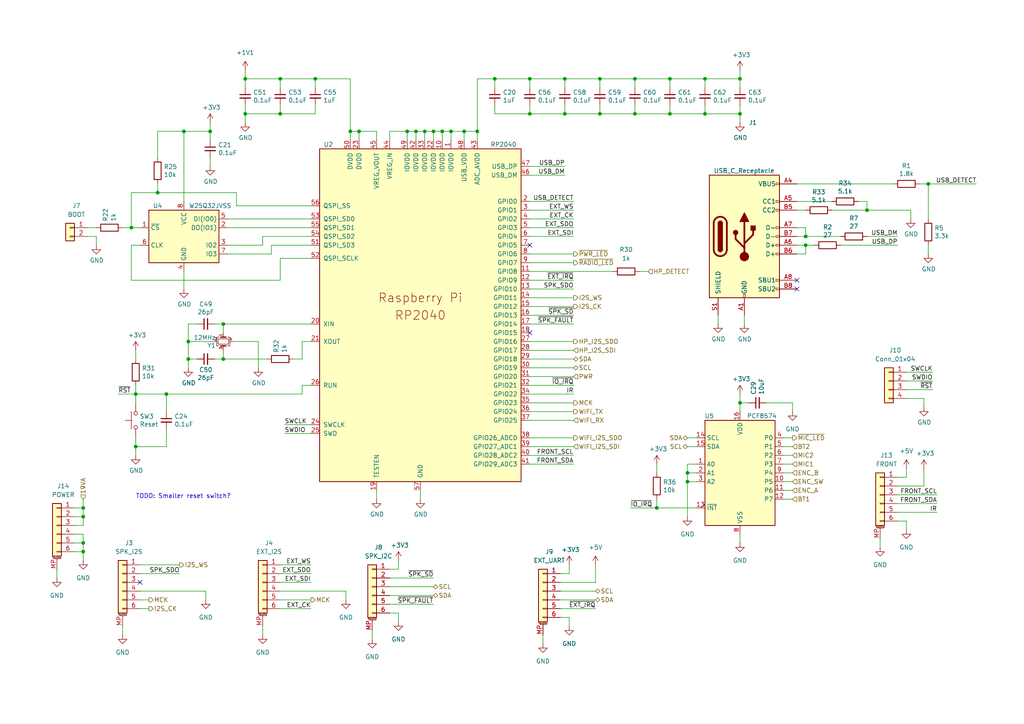
<source format=kicad_sch>
(kicad_sch (version 20210621) (generator eeschema)
  (paper "A4")
  (lib_symbols
    (symbol "Connector:USB_C_Receptacle_USB2.0" (pin_names (offset 1.016))
      (property "Reference" "J" (at -10.16 19.05 0))
      (property "Value" "USB_C_Receptacle_USB2.0" (at 19.05 19.05 0))
      (symbol "USB_C_Receptacle_USB2.0_1_1"
        (pin passive line (at 0 -22.86 90) (length 5.08) (name "GND") (number "A1"))
        (pin passive line (at 0 -22.86 90) (length 5.08) hide (name "GND") (number "A12"))
        (pin passive line (at 15.24 15.24 180) (length 5.08) (name "VBUS") (number "A4"))
        (pin bidirectional line (at 15.24 10.16 180) (length 5.08) (name "CC1") (number "A5"))
        (pin bidirectional line (at 15.24 -2.54 180) (length 5.08) (name "D+") (number "A6"))
        (pin bidirectional line (at 15.24 2.54 180) (length 5.08) (name "D-") (number "A7"))
        (pin bidirectional line (at 15.24 -12.7 180) (length 5.08) (name "SBU1") (number "A8"))
        (pin passive line (at 15.24 15.24 180) (length 5.08) hide (name "VBUS") (number "A9"))
        (pin passive line (at 0 -22.86 90) (length 5.08) hide (name "GND") (number "B1"))
        (pin passive line (at 0 -22.86 90) (length 5.08) hide (name "GND") (number "B12"))
        (pin passive line (at 15.24 15.24 180) (length 5.08) hide (name "VBUS") (number "B4"))
        (pin bidirectional line (at 15.24 7.62 180) (length 5.08) (name "CC2") (number "B5"))
        (pin bidirectional line (at 15.24 -5.08 180) (length 5.08) (name "D+") (number "B6"))
        (pin bidirectional line (at 15.24 0 180) (length 5.08) (name "D-") (number "B7"))
        (pin bidirectional line (at 15.24 -15.24 180) (length 5.08) (name "SBU2") (number "B8"))
        (pin passive line (at 15.24 15.24 180) (length 5.08) hide (name "VBUS") (number "B9"))
        (pin passive line (at -7.62 -22.86 90) (length 5.08) (name "SHIELD") (number "S1"))
      )
    )
    (symbol "Connector_Generic:Conn_01x02" (pin_names (offset 1.016) hide)
      (property "Reference" "J" (at 0 2.54 0))
      (property "Value" "Conn_01x02" (at 0 -5.08 0))
      (symbol "Conn_01x02_1_1"
        (pin passive line (at -5.08 0 0) (length 3.81) (name "Pin_1") (number "1"))
        (pin passive line (at -5.08 -2.54 0) (length 3.81) (name "Pin_2") (number "2"))
      )
    )
    (symbol "Connector_Generic:Conn_01x04" (pin_names (offset 1.016) hide)
      (property "Reference" "J" (at 0 5.08 0))
      (property "Value" "Conn_01x04" (at 0 -7.62 0))
      (symbol "Conn_01x04_1_1"
        (pin passive line (at -5.08 2.54 0) (length 3.81) (name "Pin_1") (number "1"))
        (pin passive line (at -5.08 0 0) (length 3.81) (name "Pin_2") (number "2"))
        (pin passive line (at -5.08 -2.54 0) (length 3.81) (name "Pin_3") (number "3"))
        (pin passive line (at -5.08 -5.08 0) (length 3.81) (name "Pin_4") (number "4"))
      )
    )
    (symbol "Connector_Generic_MountingPin:Conn_01x06_MountingPin" (pin_names (offset 1.016) hide)
      (property "Reference" "J" (at 0 7.62 0))
      (property "Value" "Conn_01x06_MountingPin" (at 1.27 -10.16 0))
      (symbol "Conn_01x06_MountingPin_1_1"
        (text "Mounting" (at 0 -9.271 0) (effects (font (size 0.381 0.381))))
        (pin passive line (at -5.08 5.08 0) (length 3.81) (name "Pin_1") (number "1"))
        (pin passive line (at -5.08 2.54 0) (length 3.81) (name "Pin_2") (number "2"))
        (pin passive line (at -5.08 0 0) (length 3.81) (name "Pin_3") (number "3"))
        (pin passive line (at -5.08 -2.54 0) (length 3.81) (name "Pin_4") (number "4"))
        (pin passive line (at -5.08 -5.08 0) (length 3.81) (name "Pin_5") (number "5"))
        (pin passive line (at -5.08 -7.62 0) (length 3.81) (name "Pin_6") (number "6"))
        (pin passive line (at 0 -12.7 90) (length 3.048) (name "MountPin") (number "MP"))
      )
    )
    (symbol "Device:C_Small" (pin_numbers hide) (pin_names (offset 0.254) hide)
      (property "Reference" "C" (at 0.254 1.778 0))
      (property "Value" "C_Small" (at 0.254 -2.032 0))
      (symbol "C_Small_1_1"
        (pin passive line (at 0 2.54 270) (length 2.032) (name "~") (number "1"))
        (pin passive line (at 0 -2.54 90) (length 2.032) (name "~") (number "2"))
      )
    )
    (symbol "Device:Crystal_GND24_Small" (pin_names (offset 1.016) hide)
      (property "Reference" "Y" (at 1.27 4.445 0))
      (property "Value" "Crystal_GND24_Small" (at 1.27 2.54 0))
      (symbol "Crystal_GND24_Small_1_1"
        (pin passive line (at -2.54 0 0) (length 1.27) (name "1") (number "1"))
        (pin passive line (at 0 -2.54 90) (length 0.635) (name "2") (number "2"))
        (pin passive line (at 2.54 0 180) (length 1.27) (name "3") (number "3"))
        (pin passive line (at 0 2.54 270) (length 0.635) (name "4") (number "4"))
      )
    )
    (symbol "Device:R" (pin_numbers hide) (pin_names (offset 0))
      (property "Reference" "R" (at 2.032 0 90))
      (property "Value" "R" (at 0 0 90))
      (symbol "R_1_1"
        (pin passive line (at 0 3.81 270) (length 1.27) (name "~") (number "1"))
        (pin passive line (at 0 -3.81 90) (length 1.27) (name "~") (number "2"))
      )
    )
    (symbol "Interface_Expansion:PCF8574"
      (property "Reference" "U" (at -8.89 16.51 0))
      (property "Value" "PCF8574" (at 2.54 16.51 0))
      (symbol "PCF8574_1_1"
        (pin input line (at -12.7 2.54 0) (length 2.54) (name "A0") (number "1"))
        (pin bidirectional line (at 12.7 -2.54 180) (length 2.54) (name "P5") (number "10"))
        (pin bidirectional line (at 12.7 -5.08 180) (length 2.54) (name "P6") (number "11"))
        (pin bidirectional line (at 12.7 -7.62 180) (length 2.54) (name "P7") (number "12"))
        (pin open_collector output_low (at -12.7 -10.16 0) (length 2.54) (name "~{INT}") (number "13"))
        (pin input line (at -12.7 10.16 0) (length 2.54) (name "SCL") (number "14"))
        (pin bidirectional line (at -12.7 7.62 0) (length 2.54) (name "SDA") (number "15"))
        (pin power_in line (at 0 17.78 270) (length 2.54) (name "VDD") (number "16"))
        (pin input line (at -12.7 0 0) (length 2.54) (name "A1") (number "2"))
        (pin input line (at -12.7 -2.54 0) (length 2.54) (name "A2") (number "3"))
        (pin bidirectional line (at 12.7 10.16 180) (length 2.54) (name "P0") (number "4"))
        (pin bidirectional line (at 12.7 7.62 180) (length 2.54) (name "P1") (number "5"))
        (pin bidirectional line (at 12.7 5.08 180) (length 2.54) (name "P2") (number "6"))
        (pin bidirectional line (at 12.7 2.54 180) (length 2.54) (name "P3") (number "7"))
        (pin power_in line (at 0 -17.78 90) (length 2.54) (name "VSS") (number "8"))
        (pin bidirectional line (at 12.7 0 180) (length 2.54) (name "P4") (number "9"))
      )
    )
    (symbol "MCU_RaspberryPi_and_Boards:RP2040" (pin_names (offset 1.016))
      (property "Reference" "U" (at -29.21 49.53 0))
      (property "Value" "RP2040" (at 24.13 -49.53 0))
      (symbol "RP2040_0_0"
        (text "Raspberry Pi" (at 0 5.08 0) (effects (font (size 2.54 2.54))))
        (text "RP2040" (at 0 0 0) (effects (font (size 2.54 2.54))))
      )
      (symbol "RP2040_1_1"
        (pin power_in line (at 8.89 50.8 270) (length 2.54) (name "IOVDD") (number "1"))
        (pin power_in line (at 6.35 50.8 270) (length 2.54) (name "IOVDD") (number "10"))
        (pin bidirectional line (at 31.75 12.7 180) (length 2.54) (name "GPIO8") (number "11"))
        (pin bidirectional line (at 31.75 10.16 180) (length 2.54) (name "GPIO9") (number "12"))
        (pin bidirectional line (at 31.75 7.62 180) (length 2.54) (name "GPIO10") (number "13"))
        (pin bidirectional line (at 31.75 5.08 180) (length 2.54) (name "GPIO11") (number "14"))
        (pin bidirectional line (at 31.75 2.54 180) (length 2.54) (name "GPIO12") (number "15"))
        (pin bidirectional line (at 31.75 0 180) (length 2.54) (name "GPIO13") (number "16"))
        (pin bidirectional line (at 31.75 -2.54 180) (length 2.54) (name "GPIO14") (number "17"))
        (pin bidirectional line (at 31.75 -5.08 180) (length 2.54) (name "GPIO15") (number "18"))
        (pin passive line (at -12.7 -50.8 90) (length 2.54) (name "TESTEN") (number "19"))
        (pin bidirectional line (at 31.75 33.02 180) (length 2.54) (name "GPIO0") (number "2"))
        (pin input line (at -31.75 -2.54 0) (length 2.54) (name "XIN") (number "20"))
        (pin passive line (at -31.75 -7.62 0) (length 2.54) (name "XOUT") (number "21"))
        (pin power_in line (at 3.81 50.8 270) (length 2.54) (name "IOVDD") (number "22"))
        (pin power_in line (at -17.78 50.8 270) (length 2.54) (name "DVDD") (number "23"))
        (pin output line (at -31.75 -31.75 0) (length 2.54) (name "SWCLK") (number "24"))
        (pin bidirectional line (at -31.75 -34.29 0) (length 2.54) (name "SWD") (number "25"))
        (pin input line (at -31.75 -20.32 0) (length 2.54) (name "RUN") (number "26"))
        (pin bidirectional line (at 31.75 -7.62 180) (length 2.54) (name "GPIO16") (number "27"))
        (pin bidirectional line (at 31.75 -10.16 180) (length 2.54) (name "GPIO17") (number "28"))
        (pin bidirectional line (at 31.75 -12.7 180) (length 2.54) (name "GPIO18") (number "29"))
        (pin bidirectional line (at 31.75 30.48 180) (length 2.54) (name "GPIO1") (number "3"))
        (pin bidirectional line (at 31.75 -15.24 180) (length 2.54) (name "GPIO19") (number "30"))
        (pin bidirectional line (at 31.75 -17.78 180) (length 2.54) (name "GPIO20") (number "31"))
        (pin bidirectional line (at 31.75 -20.32 180) (length 2.54) (name "GPIO21") (number "32"))
        (pin power_in line (at 1.27 50.8 270) (length 2.54) (name "IOVDD") (number "33"))
        (pin bidirectional line (at 31.75 -22.86 180) (length 2.54) (name "GPIO22") (number "34"))
        (pin bidirectional line (at 31.75 -25.4 180) (length 2.54) (name "GPIO23") (number "35"))
        (pin bidirectional line (at 31.75 -27.94 180) (length 2.54) (name "GPIO24") (number "36"))
        (pin bidirectional line (at 31.75 -30.48 180) (length 2.54) (name "GPIO25") (number "37"))
        (pin bidirectional line (at 31.75 -35.56 180) (length 2.54) (name "GPIO26_ADC0") (number "38"))
        (pin bidirectional line (at 31.75 -38.1 180) (length 2.54) (name "GPIO27_ADC1") (number "39"))
        (pin bidirectional line (at 31.75 27.94 180) (length 2.54) (name "GPIO2") (number "4"))
        (pin bidirectional line (at 31.75 -40.64 180) (length 2.54) (name "GPIO28_ADC2") (number "40"))
        (pin bidirectional line (at 31.75 -43.18 180) (length 2.54) (name "GPIO29_ADC3") (number "41"))
        (pin power_in line (at -1.27 50.8 270) (length 2.54) (name "IOVDD") (number "42"))
        (pin power_in line (at 16.51 50.8 270) (length 2.54) (name "ADC_AVDD") (number "43"))
        (pin power_in line (at -8.89 50.8 270) (length 2.54) (name "VREG_IN") (number "44"))
        (pin power_out line (at -12.7 50.8 270) (length 2.54) (name "VREG_VOUT") (number "45"))
        (pin bidirectional line (at 31.75 40.64 180) (length 2.54) (name "USB_DM") (number "46"))
        (pin bidirectional line (at 31.75 43.18 180) (length 2.54) (name "USB_DP") (number "47"))
        (pin power_in line (at 12.7 50.8 270) (length 2.54) (name "USB_VDD") (number "48"))
        (pin power_in line (at -3.81 50.8 270) (length 2.54) (name "IOVDD") (number "49"))
        (pin bidirectional line (at 31.75 25.4 180) (length 2.54) (name "GPIO3") (number "5"))
        (pin power_in line (at -20.32 50.8 270) (length 2.54) (name "DVDD") (number "50"))
        (pin bidirectional line (at -31.75 20.32 0) (length 2.54) (name "QSPI_SD3") (number "51"))
        (pin output line (at -31.75 16.51 0) (length 2.54) (name "QSPI_SCLK") (number "52"))
        (pin bidirectional line (at -31.75 27.94 0) (length 2.54) (name "QSPI_SD0") (number "53"))
        (pin bidirectional line (at -31.75 22.86 0) (length 2.54) (name "QSPI_SD2") (number "54"))
        (pin bidirectional line (at -31.75 25.4 0) (length 2.54) (name "QSPI_SD1") (number "55"))
        (pin bidirectional line (at -31.75 31.75 0) (length 2.54) (name "QSPI_SS") (number "56"))
        (pin power_in line (at 0 -50.8 90) (length 2.54) (name "GND") (number "57"))
        (pin bidirectional line (at 31.75 22.86 180) (length 2.54) (name "GPIO4") (number "6"))
        (pin bidirectional line (at 31.75 20.32 180) (length 2.54) (name "GPIO5") (number "7"))
        (pin bidirectional line (at 31.75 17.78 180) (length 2.54) (name "GPIO6") (number "8"))
        (pin bidirectional line (at 31.75 15.24 180) (length 2.54) (name "GPIO7") (number "9"))
      )
    )
    (symbol "Memory_Flash:W25Q32JVSS"
      (property "Reference" "U" (at -8.89 8.89 0))
      (property "Value" "W25Q32JVSS" (at 7.62 8.89 0))
      (symbol "W25Q32JVSS_1_1"
        (pin input line (at -12.7 2.54 0) (length 2.54) (name "~{CS}") (number "1"))
        (pin bidirectional line (at 12.7 2.54 180) (length 2.54) (name "DO(IO1)") (number "2"))
        (pin bidirectional line (at 12.7 -2.54 180) (length 2.54) (name "IO2") (number "3"))
        (pin power_in line (at 0 -10.16 90) (length 2.54) (name "GND") (number "4"))
        (pin bidirectional line (at 12.7 5.08 180) (length 2.54) (name "DI(IO0)") (number "5"))
        (pin input line (at -12.7 -2.54 0) (length 2.54) (name "CLK") (number "6"))
        (pin bidirectional line (at 12.7 -5.08 180) (length 2.54) (name "IO3") (number "7"))
        (pin power_in line (at 0 10.16 270) (length 2.54) (name "VCC") (number "8"))
      )
    )
    (symbol "Switch:SW_Push" (pin_numbers hide) (pin_names (offset 1.016) hide)
      (property "Reference" "SW" (at 1.27 2.54 0))
      (property "Value" "SW_Push" (at 0 -1.524 0))
      (symbol "SW_Push_0_1"
        (pin passive line (at -5.08 0 0) (length 2.54) (name "1") (number "1"))
        (pin passive line (at 5.08 0 180) (length 2.54) (name "2") (number "2"))
      )
    )
    (symbol "power:+1V1" (power) (pin_names (offset 0))
      (property "Value" "+1V1" (at 0 3.556 0))
      (symbol "+1V1_1_1"
        (pin power_in line (at 0 0 90) (length 0) hide (name "+1V1") (number "1"))
      )
    )
    (symbol "power:+3.3V" (power) (pin_names (offset 0))
      (property "Value" "+3.3V" (at 0 3.556 0))
      (symbol "+3.3V_1_1"
        (pin power_in line (at 0 0 90) (length 0) hide (name "+3V3") (number "1"))
      )
    )
    (symbol "power:+5V" (power) (pin_names (offset 0))
      (property "Value" "+5V" (at 0 3.556 0))
      (symbol "+5V_1_1"
        (pin power_in line (at 0 0 90) (length 0) hide (name "+5V") (number "1"))
      )
    )
    (symbol "power:GND" (power) (pin_names (offset 0))
      (property "Value" "GND" (at 0 -3.81 0))
      (symbol "GND_1_1"
        (pin power_in line (at 0 0 270) (length 0) hide (name "GND") (number "1"))
      )
    )
  )
  (junction (at 24.13 147.32))
  (junction (at 24.13 149.86))
  (junction (at 24.13 157.48))
  (junction (at 24.13 160.02))
  (junction (at 38.1 66.04))
  (junction (at 39.37 114.3) (diameter 0.9144))
  (junction (at 39.37 129.54) (diameter 0.9144))
  (junction (at 45.72 55.88))
  (junction (at 48.26 114.3))
  (junction (at 53.34 38.1))
  (junction (at 54.61 99.06))
  (junction (at 54.61 104.14))
  (junction (at 60.96 38.1))
  (junction (at 64.77 93.98) (diameter 0.9144))
  (junction (at 64.77 104.14))
  (junction (at 71.12 22.86))
  (junction (at 71.12 33.02))
  (junction (at 81.28 22.86) (diameter 0.9144))
  (junction (at 81.28 33.02) (diameter 0.9144))
  (junction (at 91.44 22.86))
  (junction (at 101.6 38.1))
  (junction (at 104.14 38.1))
  (junction (at 118.11 38.1))
  (junction (at 120.65 38.1))
  (junction (at 123.19 38.1))
  (junction (at 125.73 38.1))
  (junction (at 128.27 38.1))
  (junction (at 130.81 38.1))
  (junction (at 134.62 38.1))
  (junction (at 138.43 38.1))
  (junction (at 143.51 22.86))
  (junction (at 153.67 22.86) (diameter 0.9144))
  (junction (at 153.67 33.02))
  (junction (at 163.83 22.86) (diameter 0.9144))
  (junction (at 163.83 33.02) (diameter 0.9144))
  (junction (at 173.99 22.86) (diameter 0.9144))
  (junction (at 173.99 33.02) (diameter 0.9144))
  (junction (at 184.15 22.86) (diameter 0.9144))
  (junction (at 184.15 33.02) (diameter 0.9144))
  (junction (at 190.5 147.32))
  (junction (at 194.31 22.86) (diameter 0.9144))
  (junction (at 194.31 33.02) (diameter 0.9144))
  (junction (at 199.39 137.16))
  (junction (at 199.39 139.7))
  (junction (at 204.47 22.86) (diameter 0.9144))
  (junction (at 204.47 33.02) (diameter 0.9144))
  (junction (at 214.63 22.86))
  (junction (at 214.63 33.02) (diameter 0.9144))
  (junction (at 214.63 116.84))
  (junction (at 233.68 68.58))
  (junction (at 233.68 71.12))
  (junction (at 251.46 60.96))
  (junction (at 269.24 53.34))
  (no_connect (at 40.64 168.91))
  (no_connect (at 153.67 71.12))
  (no_connect (at 153.67 96.52))
  (no_connect (at 231.14 81.28))
  (no_connect (at 231.14 83.82))
  (wire (pts (xy 16.51 165.1) (xy 16.51 167.64)))
  (wire (pts (xy 21.59 147.32) (xy 24.13 147.32)))
  (wire (pts (xy 21.59 149.86) (xy 24.13 149.86)))
  (wire (pts (xy 21.59 152.4) (xy 24.13 152.4)))
  (wire (pts (xy 21.59 154.94) (xy 24.13 154.94)))
  (wire (pts (xy 21.59 157.48) (xy 24.13 157.48)))
  (wire (pts (xy 24.13 144.78) (xy 24.13 147.32)))
  (wire (pts (xy 24.13 147.32) (xy 24.13 149.86)))
  (wire (pts (xy 24.13 149.86) (xy 24.13 152.4)))
  (wire (pts (xy 24.13 154.94) (xy 24.13 157.48)))
  (wire (pts (xy 24.13 157.48) (xy 24.13 160.02)))
  (wire (pts (xy 24.13 160.02) (xy 21.59 160.02)))
  (wire (pts (xy 24.13 162.56) (xy 24.13 160.02)))
  (wire (pts (xy 25.4 66.04) (xy 27.94 66.04)))
  (wire (pts (xy 27.94 68.58) (xy 25.4 68.58)))
  (wire (pts (xy 27.94 71.12) (xy 27.94 68.58)))
  (wire (pts (xy 34.29 114.3) (xy 39.37 114.3)))
  (wire (pts (xy 35.56 66.04) (xy 38.1 66.04)))
  (wire (pts (xy 35.56 181.61) (xy 35.56 184.15)))
  (wire (pts (xy 38.1 55.88) (xy 38.1 66.04)))
  (wire (pts (xy 38.1 66.04) (xy 40.64 66.04)))
  (wire (pts (xy 38.1 71.12) (xy 40.64 71.12)))
  (wire (pts (xy 38.1 81.28) (xy 38.1 71.12)))
  (wire (pts (xy 39.37 101.6) (xy 39.37 104.14)))
  (wire (pts (xy 39.37 111.76) (xy 39.37 114.3)))
  (wire (pts (xy 39.37 114.3) (xy 39.37 116.84)))
  (wire (pts (xy 39.37 127) (xy 39.37 129.54)))
  (wire (pts (xy 39.37 129.54) (xy 48.26 129.54)))
  (wire (pts (xy 39.37 132.08) (xy 39.37 129.54)))
  (wire (pts (xy 40.64 163.83) (xy 52.07 163.83)))
  (wire (pts (xy 40.64 166.37) (xy 52.07 166.37)))
  (wire (pts (xy 40.64 171.45) (xy 59.69 171.45)))
  (wire (pts (xy 40.64 173.99) (xy 43.18 173.99)))
  (wire (pts (xy 40.64 176.53) (xy 43.18 176.53)))
  (wire (pts (xy 45.72 38.1) (xy 53.34 38.1)))
  (wire (pts (xy 45.72 45.72) (xy 45.72 38.1)))
  (wire (pts (xy 45.72 53.34) (xy 45.72 55.88)))
  (wire (pts (xy 45.72 55.88) (xy 38.1 55.88)))
  (wire (pts (xy 48.26 114.3) (xy 39.37 114.3)))
  (wire (pts (xy 48.26 114.3) (xy 87.63 114.3)))
  (wire (pts (xy 48.26 119.38) (xy 48.26 114.3)))
  (wire (pts (xy 48.26 129.54) (xy 48.26 124.46)))
  (wire (pts (xy 53.34 38.1) (xy 60.96 38.1)))
  (wire (pts (xy 53.34 58.42) (xy 53.34 38.1)))
  (wire (pts (xy 53.34 78.74) (xy 53.34 83.82)))
  (wire (pts (xy 54.61 93.98) (xy 54.61 99.06)))
  (wire (pts (xy 54.61 93.98) (xy 57.15 93.98)))
  (wire (pts (xy 54.61 99.06) (xy 54.61 104.14)))
  (wire (pts (xy 54.61 99.06) (xy 62.23 99.06)))
  (wire (pts (xy 54.61 104.14) (xy 54.61 106.68)))
  (wire (pts (xy 54.61 104.14) (xy 57.15 104.14)))
  (wire (pts (xy 59.69 173.99) (xy 59.69 171.45)))
  (wire (pts (xy 60.96 35.56) (xy 60.96 38.1)))
  (wire (pts (xy 60.96 38.1) (xy 60.96 40.64)))
  (wire (pts (xy 60.96 45.72) (xy 60.96 48.26)))
  (wire (pts (xy 62.23 93.98) (xy 64.77 93.98)))
  (wire (pts (xy 62.23 104.14) (xy 64.77 104.14)))
  (wire (pts (xy 64.77 93.98) (xy 64.77 96.52)))
  (wire (pts (xy 64.77 93.98) (xy 90.17 93.98)))
  (wire (pts (xy 64.77 101.6) (xy 64.77 104.14)))
  (wire (pts (xy 64.77 104.14) (xy 77.47 104.14)))
  (wire (pts (xy 66.04 63.5) (xy 90.17 63.5)))
  (wire (pts (xy 66.04 66.04) (xy 90.17 66.04)))
  (wire (pts (xy 66.04 73.66) (xy 78.74 73.66)))
  (wire (pts (xy 68.58 55.88) (xy 45.72 55.88)))
  (wire (pts (xy 68.58 59.69) (xy 68.58 55.88)))
  (wire (pts (xy 71.12 20.32) (xy 71.12 22.86)))
  (wire (pts (xy 71.12 22.86) (xy 71.12 25.4)))
  (wire (pts (xy 71.12 22.86) (xy 81.28 22.86)))
  (wire (pts (xy 71.12 30.48) (xy 71.12 33.02)))
  (wire (pts (xy 71.12 33.02) (xy 71.12 35.56)))
  (wire (pts (xy 74.93 99.06) (xy 67.31 99.06)))
  (wire (pts (xy 74.93 106.68) (xy 74.93 99.06)))
  (wire (pts (xy 76.2 68.58) (xy 76.2 71.12)))
  (wire (pts (xy 76.2 71.12) (xy 66.04 71.12)))
  (wire (pts (xy 76.2 181.61) (xy 76.2 184.15)))
  (wire (pts (xy 78.74 71.12) (xy 90.17 71.12)))
  (wire (pts (xy 78.74 73.66) (xy 78.74 71.12)))
  (wire (pts (xy 81.28 22.86) (xy 81.28 25.4)))
  (wire (pts (xy 81.28 22.86) (xy 91.44 22.86)))
  (wire (pts (xy 81.28 30.48) (xy 81.28 33.02)))
  (wire (pts (xy 81.28 33.02) (xy 71.12 33.02)))
  (wire (pts (xy 81.28 74.93) (xy 81.28 81.28)))
  (wire (pts (xy 81.28 81.28) (xy 38.1 81.28)))
  (wire (pts (xy 81.28 163.83) (xy 90.17 163.83)))
  (wire (pts (xy 81.28 166.37) (xy 90.17 166.37)))
  (wire (pts (xy 81.28 168.91) (xy 90.17 168.91)))
  (wire (pts (xy 81.28 171.45) (xy 100.33 171.45)))
  (wire (pts (xy 81.28 173.99) (xy 90.17 173.99)))
  (wire (pts (xy 81.28 176.53) (xy 90.17 176.53)))
  (wire (pts (xy 87.63 99.06) (xy 87.63 104.14)))
  (wire (pts (xy 87.63 104.14) (xy 85.09 104.14)))
  (wire (pts (xy 87.63 111.76) (xy 90.17 111.76)))
  (wire (pts (xy 87.63 114.3) (xy 87.63 111.76)))
  (wire (pts (xy 90.17 59.69) (xy 68.58 59.69)))
  (wire (pts (xy 90.17 68.58) (xy 76.2 68.58)))
  (wire (pts (xy 90.17 74.93) (xy 81.28 74.93)))
  (wire (pts (xy 90.17 99.06) (xy 87.63 99.06)))
  (wire (pts (xy 90.17 123.19) (xy 82.55 123.19)))
  (wire (pts (xy 90.17 125.73) (xy 82.55 125.73)))
  (wire (pts (xy 91.44 22.86) (xy 91.44 25.4)))
  (wire (pts (xy 91.44 30.48) (xy 91.44 33.02)))
  (wire (pts (xy 91.44 33.02) (xy 81.28 33.02)))
  (wire (pts (xy 100.33 173.99) (xy 100.33 171.45)))
  (wire (pts (xy 101.6 22.86) (xy 91.44 22.86)))
  (wire (pts (xy 101.6 38.1) (xy 101.6 22.86)))
  (wire (pts (xy 101.6 38.1) (xy 101.6 40.64)))
  (wire (pts (xy 104.14 38.1) (xy 101.6 38.1)))
  (wire (pts (xy 104.14 38.1) (xy 104.14 40.64)))
  (wire (pts (xy 107.95 182.88) (xy 107.95 185.42)))
  (wire (pts (xy 109.22 38.1) (xy 104.14 38.1)))
  (wire (pts (xy 109.22 40.64) (xy 109.22 38.1)))
  (wire (pts (xy 109.22 144.78) (xy 109.22 142.24)))
  (wire (pts (xy 113.03 38.1) (xy 118.11 38.1)))
  (wire (pts (xy 113.03 40.64) (xy 113.03 38.1)))
  (wire (pts (xy 113.03 165.1) (xy 115.57 165.1)))
  (wire (pts (xy 113.03 167.64) (xy 125.73 167.64)))
  (wire (pts (xy 113.03 170.18) (xy 125.73 170.18)))
  (wire (pts (xy 113.03 172.72) (xy 125.73 172.72)))
  (wire (pts (xy 113.03 175.26) (xy 125.73 175.26)))
  (wire (pts (xy 113.03 177.8) (xy 115.57 177.8)))
  (wire (pts (xy 115.57 165.1) (xy 115.57 162.56)))
  (wire (pts (xy 115.57 177.8) (xy 115.57 180.34)))
  (wire (pts (xy 118.11 38.1) (xy 118.11 40.64)))
  (wire (pts (xy 118.11 38.1) (xy 120.65 38.1)))
  (wire (pts (xy 120.65 38.1) (xy 120.65 40.64)))
  (wire (pts (xy 120.65 38.1) (xy 123.19 38.1)))
  (wire (pts (xy 121.92 142.24) (xy 121.92 144.78)))
  (wire (pts (xy 123.19 38.1) (xy 123.19 40.64)))
  (wire (pts (xy 123.19 38.1) (xy 125.73 38.1)))
  (wire (pts (xy 125.73 38.1) (xy 125.73 40.64)))
  (wire (pts (xy 125.73 38.1) (xy 128.27 38.1)))
  (wire (pts (xy 128.27 38.1) (xy 128.27 40.64)))
  (wire (pts (xy 128.27 38.1) (xy 130.81 38.1)))
  (wire (pts (xy 130.81 38.1) (xy 130.81 40.64)))
  (wire (pts (xy 130.81 38.1) (xy 134.62 38.1)))
  (wire (pts (xy 134.62 38.1) (xy 134.62 40.64)))
  (wire (pts (xy 134.62 38.1) (xy 138.43 38.1)))
  (wire (pts (xy 138.43 22.86) (xy 143.51 22.86)))
  (wire (pts (xy 138.43 38.1) (xy 138.43 22.86)))
  (wire (pts (xy 138.43 40.64) (xy 138.43 38.1)))
  (wire (pts (xy 143.51 22.86) (xy 143.51 25.4)))
  (wire (pts (xy 143.51 22.86) (xy 153.67 22.86)))
  (wire (pts (xy 143.51 30.48) (xy 143.51 33.02)))
  (wire (pts (xy 143.51 33.02) (xy 153.67 33.02)))
  (wire (pts (xy 153.67 22.86) (xy 153.67 25.4)))
  (wire (pts (xy 153.67 22.86) (xy 163.83 22.86)))
  (wire (pts (xy 153.67 30.48) (xy 153.67 33.02)))
  (wire (pts (xy 153.67 48.26) (xy 163.83 48.26)))
  (wire (pts (xy 153.67 50.8) (xy 163.83 50.8)))
  (wire (pts (xy 153.67 58.42) (xy 166.37 58.42)))
  (wire (pts (xy 153.67 60.96) (xy 166.37 60.96)))
  (wire (pts (xy 153.67 63.5) (xy 166.37 63.5)))
  (wire (pts (xy 153.67 66.04) (xy 166.37 66.04)))
  (wire (pts (xy 153.67 68.58) (xy 166.37 68.58)))
  (wire (pts (xy 153.67 73.66) (xy 166.37 73.66)))
  (wire (pts (xy 153.67 76.2) (xy 166.37 76.2)))
  (wire (pts (xy 153.67 81.28) (xy 166.37 81.28)))
  (wire (pts (xy 153.67 83.82) (xy 166.37 83.82)))
  (wire (pts (xy 153.67 88.9) (xy 166.37 88.9)))
  (wire (pts (xy 153.67 91.44) (xy 166.37 91.44)))
  (wire (pts (xy 153.67 93.98) (xy 166.37 93.98)))
  (wire (pts (xy 153.67 99.06) (xy 166.37 99.06)))
  (wire (pts (xy 153.67 104.14) (xy 166.37 104.14)))
  (wire (pts (xy 153.67 106.68) (xy 166.37 106.68)))
  (wire (pts (xy 153.67 109.22) (xy 166.37 109.22)))
  (wire (pts (xy 153.67 111.76) (xy 166.37 111.76)))
  (wire (pts (xy 153.67 114.3) (xy 166.37 114.3)))
  (wire (pts (xy 153.67 116.84) (xy 166.37 116.84)))
  (wire (pts (xy 153.67 119.38) (xy 166.37 119.38)))
  (wire (pts (xy 153.67 121.92) (xy 166.37 121.92)))
  (wire (pts (xy 153.67 127) (xy 166.37 127)))
  (wire (pts (xy 153.67 129.54) (xy 166.37 129.54)))
  (wire (pts (xy 153.67 132.08) (xy 166.37 132.08)))
  (wire (pts (xy 153.67 134.62) (xy 166.37 134.62)))
  (wire (pts (xy 157.48 184.15) (xy 157.48 186.69)))
  (wire (pts (xy 162.56 166.37) (xy 165.1 166.37)))
  (wire (pts (xy 162.56 168.91) (xy 172.72 168.91)))
  (wire (pts (xy 162.56 171.45) (xy 172.72 171.45)))
  (wire (pts (xy 162.56 173.99) (xy 172.72 173.99)))
  (wire (pts (xy 162.56 176.53) (xy 172.72 176.53)))
  (wire (pts (xy 162.56 179.07) (xy 165.1 179.07)))
  (wire (pts (xy 163.83 22.86) (xy 163.83 25.4)))
  (wire (pts (xy 163.83 22.86) (xy 173.99 22.86)))
  (wire (pts (xy 163.83 30.48) (xy 163.83 33.02)))
  (wire (pts (xy 163.83 33.02) (xy 153.67 33.02)))
  (wire (pts (xy 165.1 166.37) (xy 165.1 163.83)))
  (wire (pts (xy 165.1 179.07) (xy 165.1 181.61)))
  (wire (pts (xy 166.37 86.36) (xy 153.67 86.36)))
  (wire (pts (xy 166.37 101.6) (xy 153.67 101.6)))
  (wire (pts (xy 172.72 168.91) (xy 172.72 163.83)))
  (wire (pts (xy 173.99 22.86) (xy 173.99 25.4)))
  (wire (pts (xy 173.99 22.86) (xy 184.15 22.86)))
  (wire (pts (xy 173.99 30.48) (xy 173.99 33.02)))
  (wire (pts (xy 173.99 33.02) (xy 163.83 33.02)))
  (wire (pts (xy 177.8 78.74) (xy 153.67 78.74)))
  (wire (pts (xy 182.88 147.32) (xy 190.5 147.32)))
  (wire (pts (xy 184.15 22.86) (xy 184.15 25.4)))
  (wire (pts (xy 184.15 22.86) (xy 194.31 22.86)))
  (wire (pts (xy 184.15 30.48) (xy 184.15 33.02)))
  (wire (pts (xy 184.15 33.02) (xy 173.99 33.02)))
  (wire (pts (xy 187.96 78.74) (xy 185.42 78.74)))
  (wire (pts (xy 190.5 134.62) (xy 190.5 137.16)))
  (wire (pts (xy 190.5 147.32) (xy 190.5 144.78)))
  (wire (pts (xy 194.31 22.86) (xy 194.31 25.4)))
  (wire (pts (xy 194.31 22.86) (xy 204.47 22.86)))
  (wire (pts (xy 194.31 30.48) (xy 194.31 33.02)))
  (wire (pts (xy 194.31 33.02) (xy 184.15 33.02)))
  (wire (pts (xy 199.39 127) (xy 201.93 127)))
  (wire (pts (xy 199.39 129.54) (xy 201.93 129.54)))
  (wire (pts (xy 199.39 134.62) (xy 199.39 137.16)))
  (wire (pts (xy 199.39 137.16) (xy 199.39 139.7)))
  (wire (pts (xy 199.39 139.7) (xy 199.39 149.86)))
  (wire (pts (xy 201.93 134.62) (xy 199.39 134.62)))
  (wire (pts (xy 201.93 137.16) (xy 199.39 137.16)))
  (wire (pts (xy 201.93 139.7) (xy 199.39 139.7)))
  (wire (pts (xy 201.93 147.32) (xy 190.5 147.32)))
  (wire (pts (xy 204.47 22.86) (xy 204.47 25.4)))
  (wire (pts (xy 204.47 22.86) (xy 214.63 22.86)))
  (wire (pts (xy 204.47 30.48) (xy 204.47 33.02)))
  (wire (pts (xy 204.47 33.02) (xy 194.31 33.02)))
  (wire (pts (xy 208.28 91.44) (xy 208.28 93.9393)))
  (wire (pts (xy 214.63 20.32) (xy 214.63 22.86)))
  (wire (pts (xy 214.63 22.86) (xy 214.63 25.4)))
  (wire (pts (xy 214.63 30.48) (xy 214.63 33.02)))
  (wire (pts (xy 214.63 33.02) (xy 204.47 33.02)))
  (wire (pts (xy 214.63 33.02) (xy 214.63 35.56)))
  (wire (pts (xy 214.63 114.3) (xy 214.63 116.84)))
  (wire (pts (xy 214.63 116.84) (xy 214.63 119.38)))
  (wire (pts (xy 214.63 116.84) (xy 217.17 116.84)))
  (wire (pts (xy 214.63 154.94) (xy 214.63 157.48)))
  (wire (pts (xy 215.9 91.44) (xy 215.9 93.98)))
  (wire (pts (xy 227.33 127) (xy 229.87 127)))
  (wire (pts (xy 227.33 129.54) (xy 229.87 129.54)))
  (wire (pts (xy 227.33 132.08) (xy 229.87 132.08)))
  (wire (pts (xy 227.33 134.62) (xy 229.87 134.62)))
  (wire (pts (xy 227.33 137.16) (xy 229.87 137.16)))
  (wire (pts (xy 227.33 139.7) (xy 229.87 139.7)))
  (wire (pts (xy 227.33 142.24) (xy 229.87 142.24)))
  (wire (pts (xy 227.33 144.78) (xy 229.87 144.78)))
  (wire (pts (xy 229.87 116.84) (xy 222.25 116.84)))
  (wire (pts (xy 229.87 119.38) (xy 229.87 116.84)))
  (wire (pts (xy 231.14 53.34) (xy 259.08 53.34)))
  (wire (pts (xy 231.14 58.42) (xy 241.3 58.42)))
  (wire (pts (xy 231.14 60.96) (xy 233.68 60.96)))
  (wire (pts (xy 231.14 66.04) (xy 233.68 66.04)))
  (wire (pts (xy 231.14 68.58) (xy 233.68 68.58)))
  (wire (pts (xy 231.14 71.12) (xy 233.68 71.12)))
  (wire (pts (xy 231.14 73.66) (xy 233.68 73.66)))
  (wire (pts (xy 233.68 66.04) (xy 233.68 68.58)))
  (wire (pts (xy 233.68 71.12) (xy 236.22 71.12)))
  (wire (pts (xy 233.68 73.66) (xy 233.68 71.12)))
  (wire (pts (xy 241.3 60.96) (xy 251.46 60.96)))
  (wire (pts (xy 243.84 68.58) (xy 233.68 68.58)))
  (wire (pts (xy 243.84 71.12) (xy 260.35 71.12)))
  (wire (pts (xy 248.92 58.42) (xy 251.46 58.42)))
  (wire (pts (xy 251.46 58.42) (xy 251.46 60.96)))
  (wire (pts (xy 251.46 60.96) (xy 264.16 60.96)))
  (wire (pts (xy 251.46 68.58) (xy 260.35 68.58)))
  (wire (pts (xy 255.27 156.21) (xy 255.27 158.75)))
  (wire (pts (xy 260.35 138.43) (xy 262.89 138.43)))
  (wire (pts (xy 260.35 143.51) (xy 271.78 143.51)))
  (wire (pts (xy 260.35 146.05) (xy 271.78 146.05)))
  (wire (pts (xy 260.35 148.59) (xy 271.78 148.59)))
  (wire (pts (xy 260.35 151.13) (xy 262.89 151.13)))
  (wire (pts (xy 262.89 107.95) (xy 270.51 107.95)))
  (wire (pts (xy 262.89 110.49) (xy 270.51 110.49)))
  (wire (pts (xy 262.89 138.43) (xy 262.89 135.89)))
  (wire (pts (xy 262.89 151.13) (xy 262.89 153.67)))
  (wire (pts (xy 264.16 63.5) (xy 264.16 60.96)))
  (wire (pts (xy 266.7 53.34) (xy 269.24 53.34)))
  (wire (pts (xy 267.97 115.57) (xy 262.89 115.57)))
  (wire (pts (xy 267.97 118.11) (xy 267.97 115.57)))
  (wire (pts (xy 267.97 135.89) (xy 267.97 140.97)))
  (wire (pts (xy 267.97 140.97) (xy 260.35 140.97)))
  (wire (pts (xy 269.24 53.34) (xy 283.21 53.34)))
  (wire (pts (xy 269.24 63.5) (xy 269.24 53.34)))
  (wire (pts (xy 269.24 71.12) (xy 269.24 73.66)))
  (wire (pts (xy 270.51 113.03) (xy 262.89 113.03)))
  (text "TODO: Smaller reset switch?" (at 39.37 144.78 0) (effects (font (size 1.27 1.27)) (justify left bottom)))
  (label "~{RST}" (at 34.29 114.3 0))
  (label "SPK_SDO" (at 52.07 166.37 180))
  (label "SWCLK" (at 82.55 123.19 0))
  (label "SWDIO" (at 82.55 125.73 0))
  (label "EXT_WS" (at 90.17 163.83 180))
  (label "EXT_SDO" (at 90.17 166.37 180))
  (label "EXT_SDI" (at 90.17 168.91 180))
  (label "EXT_CK" (at 90.17 176.53 180))
  (label "~{SPK_SD}" (at 125.73 167.64 180))
  (label "~{SPK_FAULT}" (at 125.73 175.26 180))
  (label "USB_DP" (at 163.83 48.26 180))
  (label "USB_DM" (at 163.83 50.8 180))
  (label "USB_DETECT" (at 166.37 58.42 180))
  (label "EXT_WS" (at 166.37 60.96 180))
  (label "EXT_CK" (at 166.37 63.5 180))
  (label "EXT_SDO" (at 166.37 66.04 180))
  (label "EXT_SDI" (at 166.37 68.58 180))
  (label "~{EXT_IRQ}" (at 166.37 81.28 180))
  (label "SPK_SDO" (at 166.37 83.82 180))
  (label "~{SPK_SD}" (at 166.37 91.44 180))
  (label "~{SPK_FAULT}" (at 166.37 93.98 180))
  (label "~{IO_IRQ}" (at 166.37 111.76 180))
  (label "IR" (at 166.37 114.3 180))
  (label "FRONT_SCL" (at 166.37 132.08 180))
  (label "FRONT_SDA" (at 166.37 134.62 180))
  (label "~{EXT_IRQ}" (at 172.72 176.53 180))
  (label "~{IO_IRQ}" (at 182.88 147.32 0))
  (label "USB_DM" (at 260.35 68.58 180))
  (label "USB_DP" (at 260.35 71.12 180))
  (label "SWCLK" (at 270.51 107.95 180))
  (label "SWDIO" (at 270.51 110.49 180))
  (label "~{RST}" (at 270.51 113.03 180))
  (label "FRONT_SCL" (at 271.78 143.51 180))
  (label "FRONT_SDA" (at 271.78 146.05 180))
  (label "IR" (at 271.78 148.59 180))
  (label "USB_DETECT" (at 283.21 53.34 180))
  (hierarchical_label "19VA" (shape input) (at 24.13 144.78 90))
  (hierarchical_label "MCK" (shape output) (at 43.18 173.99 0))
  (hierarchical_label "I2S_CK" (shape output) (at 43.18 176.53 0))
  (hierarchical_label "I2S_WS" (shape output) (at 52.07 163.83 0))
  (hierarchical_label "MCK" (shape output) (at 90.17 173.99 0))
  (hierarchical_label "SCL" (shape bidirectional) (at 125.73 170.18 0))
  (hierarchical_label "SDA" (shape bidirectional) (at 125.73 172.72 0))
  (hierarchical_label "~{PWR_LED}" (shape output) (at 166.37 73.66 0))
  (hierarchical_label "~{RADIO_LED}" (shape output) (at 166.37 76.2 0))
  (hierarchical_label "I2S_WS" (shape output) (at 166.37 86.36 0))
  (hierarchical_label "I2S_CK" (shape output) (at 166.37 88.9 0))
  (hierarchical_label "HP_I2S_SDO" (shape output) (at 166.37 99.06 0))
  (hierarchical_label "HP_I2S_SDI" (shape input) (at 166.37 101.6 0))
  (hierarchical_label "SDA" (shape bidirectional) (at 166.37 104.14 0))
  (hierarchical_label "SCL" (shape bidirectional) (at 166.37 106.68 0))
  (hierarchical_label "PWR" (shape input) (at 166.37 109.22 0))
  (hierarchical_label "MCK" (shape output) (at 166.37 116.84 0))
  (hierarchical_label "WIFI_TX" (shape output) (at 166.37 119.38 0))
  (hierarchical_label "WIFI_RX" (shape input) (at 166.37 121.92 0))
  (hierarchical_label "WIFI_I2S_SDO" (shape output) (at 166.37 127 0))
  (hierarchical_label "WIFI_I2S_SDI" (shape input) (at 166.37 129.54 0))
  (hierarchical_label "SCL" (shape bidirectional) (at 172.72 171.45 0))
  (hierarchical_label "SDA" (shape bidirectional) (at 172.72 173.99 0))
  (hierarchical_label "HP_DETECT" (shape input) (at 187.96 78.74 0))
  (hierarchical_label "SDA" (shape bidirectional) (at 199.39 127 180))
  (hierarchical_label "SCL" (shape bidirectional) (at 199.39 129.54 180))
  (hierarchical_label "~{MIC_LED}" (shape output) (at 229.87 127 0))
  (hierarchical_label "BT2" (shape input) (at 229.87 129.54 0))
  (hierarchical_label "MIC2" (shape input) (at 229.87 132.08 0))
  (hierarchical_label "MIC1" (shape input) (at 229.87 134.62 0))
  (hierarchical_label "ENC_B" (shape input) (at 229.87 137.16 0))
  (hierarchical_label "ENC_SW" (shape input) (at 229.87 139.7 0))
  (hierarchical_label "ENC_A" (shape input) (at 229.87 142.24 0))
  (hierarchical_label "BT1" (shape input) (at 229.87 144.78 0))
  (symbol (lib_id "power:+3.3V") (at 39.37 101.6 0) (unit 1)
    (property "Reference" "#PWR0170" (effects hide))
    (property "Value" "+3.3V" (at 39.751 97.2058 0))
  )
  (symbol (lib_id "power:+3.3V") (at 60.96 35.56 0) (unit 1)
    (property "Reference" "#PWR0137" (effects hide))
    (property "Value" "+3.3V" (at 61.341 31.1658 0))
  )
  (symbol (lib_id "power:+1V1") (at 71.12 20.32 0) (unit 1)
    (property "Reference" "#PWR0135" (effects hide))
    (property "Value" "+1V1" (at 71.12 15.24 0))
  )
  (symbol (lib_id "power:+3.3V") (at 115.57 162.56 0) (unit 1)
    (property "Reference" "#PWR0187" (effects hide))
    (property "Value" "+3.3V" (at 115.951 158.1658 0))
  )
  (symbol (lib_id "power:+3.3V") (at 165.1 163.83 0) (unit 1)
    (property "Reference" "#PWR0190" (effects hide))
    (property "Value" "+3.3V" (at 165.481 159.4358 0))
  )
  (symbol (lib_id "power:+5V") (at 172.72 163.83 0) (unit 1)
    (property "Reference" "#PWR0191" (effects hide))
    (property "Value" "+5V" (at 172.72 158.75 0))
  )
  (symbol (lib_id "power:+3.3V") (at 190.5 134.62 0) (unit 1)
    (property "Reference" "#PWR0194" (effects hide))
    (property "Value" "+3.3V" (at 190.881 130.2258 0))
  )
  (symbol (lib_id "power:+3.3V") (at 214.63 20.32 0) (unit 1)
    (property "Reference" "#PWR0134" (effects hide))
    (property "Value" "+3.3V" (at 215.011 15.9258 0))
  )
  (symbol (lib_id "power:+3.3V") (at 214.63 114.3 0) (unit 1)
    (property "Reference" "#PWR0193" (effects hide))
    (property "Value" "+3.3V" (at 215.011 109.9058 0))
  )
  (symbol (lib_id "power:+5V") (at 262.89 135.89 0) (unit 1)
    (property "Reference" "#PWR0123" (effects hide))
    (property "Value" "+5V" (at 262.89 130.81 0))
  )
  (symbol (lib_id "power:+3.3V") (at 267.97 135.89 0) (unit 1)
    (property "Reference" "#PWR0133" (effects hide))
    (property "Value" "+3.3V" (at 268.351 131.4958 0))
  )
  (symbol (lib_id "power:GND") (at 16.51 167.64 0) (unit 1)
    (property "Reference" "#PWR0175" (effects hide))
    (property "Value" "GND" (at 16.51 172.72 0))
  )
  (symbol (lib_id "power:GND") (at 24.13 162.56 0) (unit 1)
    (property "Reference" "#PWR0176" (effects hide))
    (property "Value" "GND" (at 24.13 167.64 0))
  )
  (symbol (lib_id "power:GND") (at 27.94 71.12 0) (unit 1)
    (property "Reference" "#PWR0151" (effects hide))
    (property "Value" "GND" (at 28.067 75.5142 0))
  )
  (symbol (lib_id "power:GND") (at 35.56 184.15 0) (unit 1)
    (property "Reference" "#PWR0160" (effects hide))
    (property "Value" "GND" (at 35.56 189.23 0))
  )
  (symbol (lib_id "power:GND") (at 39.37 132.08 0) (unit 1)
    (property "Reference" "#PWR0172" (effects hide))
    (property "Value" "GND" (at 39.497 136.4742 0))
  )
  (symbol (lib_id "power:GND") (at 53.34 83.82 0) (unit 1)
    (property "Reference" "#PWR0139" (effects hide))
    (property "Value" "GND" (at 53.467 88.2142 0))
  )
  (symbol (lib_id "power:GND") (at 54.61 106.68 0) (unit 1)
    (property "Reference" "#PWR0165" (effects hide))
    (property "Value" "GND" (at 54.737 111.0742 0))
  )
  (symbol (lib_id "power:GND") (at 59.69 173.99 0) (unit 1)
    (property "Reference" "#PWR0186" (effects hide))
    (property "Value" "GND" (at 59.69 179.07 0))
  )
  (symbol (lib_id "power:GND") (at 60.96 48.26 0) (unit 1)
    (property "Reference" "#PWR0138" (effects hide))
    (property "Value" "GND" (at 61.087 52.6542 0))
  )
  (symbol (lib_id "power:GND") (at 71.12 35.56 0) (unit 1)
    (property "Reference" "#PWR0136" (effects hide))
    (property "Value" "GND" (at 71.247 39.9542 0))
  )
  (symbol (lib_id "power:GND") (at 74.93 106.68 0) (unit 1)
    (property "Reference" "#PWR0164" (effects hide))
    (property "Value" "GND" (at 75.057 111.0742 0))
  )
  (symbol (lib_id "power:GND") (at 76.2 184.15 0) (unit 1)
    (property "Reference" "#PWR0159" (effects hide))
    (property "Value" "GND" (at 76.2 189.23 0))
  )
  (symbol (lib_id "power:GND") (at 100.33 173.99 0) (unit 1)
    (property "Reference" "#PWR0185" (effects hide))
    (property "Value" "GND" (at 100.33 179.07 0))
  )
  (symbol (lib_id "power:GND") (at 107.95 185.42 0) (unit 1)
    (property "Reference" "#PWR0166" (effects hide))
    (property "Value" "GND" (at 107.95 190.5 0))
  )
  (symbol (lib_id "power:GND") (at 109.22 144.78 0) (unit 1)
    (property "Reference" "#PWR0101" (effects hide))
    (property "Value" "GND" (at 109.347 149.1742 0))
  )
  (symbol (lib_id "power:GND") (at 115.57 180.34 0) (unit 1)
    (property "Reference" "#PWR0188" (effects hide))
    (property "Value" "GND" (at 115.57 185.42 0))
  )
  (symbol (lib_id "power:GND") (at 121.92 144.78 0) (unit 1)
    (property "Reference" "#PWR0155" (effects hide))
    (property "Value" "GND" (at 122.047 149.1742 0))
  )
  (symbol (lib_id "power:GND") (at 157.48 186.69 0) (unit 1)
    (property "Reference" "#PWR0163" (effects hide))
    (property "Value" "GND" (at 157.48 191.77 0))
  )
  (symbol (lib_id "power:GND") (at 165.1 181.61 0) (unit 1)
    (property "Reference" "#PWR0189" (effects hide))
    (property "Value" "GND" (at 165.1 186.69 0))
  )
  (symbol (lib_id "power:GND") (at 199.39 149.86 0) (unit 1)
    (property "Reference" "#PWR0215" (effects hide))
    (property "Value" "GND" (at 199.39 154.94 0))
  )
  (symbol (lib_id "power:GND") (at 208.28 93.9393 0) (unit 1)
    (property "Reference" "#PWR0169" (effects hide))
    (property "Value" "GND" (at 208.407 98.3335 0))
  )
  (symbol (lib_id "power:GND") (at 214.63 35.56 0) (unit 1)
    (property "Reference" "#PWR0168" (effects hide))
    (property "Value" "GND" (at 214.757 39.9542 0))
  )
  (symbol (lib_id "power:GND") (at 214.63 157.48 0) (unit 1)
    (property "Reference" "#PWR0216" (effects hide))
    (property "Value" "GND" (at 214.63 162.56 0))
  )
  (symbol (lib_id "power:GND") (at 215.9 93.98 0) (unit 1)
    (property "Reference" "#PWR0171" (effects hide))
    (property "Value" "GND" (at 216.027 98.3742 0))
  )
  (symbol (lib_id "power:GND") (at 229.87 119.38 0) (unit 1)
    (property "Reference" "#PWR0214" (effects hide))
    (property "Value" "GND" (at 229.87 124.46 0))
  )
  (symbol (lib_id "power:GND") (at 255.27 158.75 0) (unit 1)
    (property "Reference" "#PWR0156" (effects hide))
    (property "Value" "GND" (at 255.27 163.83 0))
  )
  (symbol (lib_id "power:GND") (at 262.89 153.67 0) (unit 1)
    (property "Reference" "#PWR0122" (effects hide))
    (property "Value" "GND" (at 262.89 158.75 0))
  )
  (symbol (lib_id "power:GND") (at 264.16 63.5 0) (unit 1)
    (property "Reference" "#PWR0174" (effects hide))
    (property "Value" "GND" (at 264.287 67.8942 0))
  )
  (symbol (lib_id "power:GND") (at 267.97 118.11 0) (unit 1)
    (property "Reference" "#PWR0173" (effects hide))
    (property "Value" "GND" (at 268.097 122.5042 0))
  )
  (symbol (lib_id "power:GND") (at 269.24 73.66 0) (unit 1)
    (property "Reference" "#PWR0104" (effects hide))
    (property "Value" "GND" (at 269.367 78.0542 0))
  )
  (symbol (lib_id "Device:C_Small") (at 48.26 121.92 0) (unit 1)
    (property "Reference" "C24" (at 50.5842 120.7706 0) (effects (justify left)))
    (property "Value" "0.1uF" (at 50.584 123.0696 0) (effects (justify left)))
    (property "Footprint" "Capacitor_SMD:C_0603_1608Metric" (effects hide))
    (property "Mouser" "581-06033C104KAT4A" (effects hide))
    (property "Part Name" "AVX 06033C104KAT4A" (effects hide))
  )
  (symbol (lib_id "Device:C_Small") (at 59.69 93.98 90) (unit 1)
    (property "Reference" "C49" (at 59.69 88.2077 90))
    (property "Value" "26pF" (at 59.69 90.506 90))
    (property "Footprint" "Capacitor_SMD:C_0603_1608Metric" (effects hide))
    (property "Mouser" "581-06035A270J" (effects hide))
    (property "Part Name" "AVX 06035A270JAT2A" (effects hide))
  )
  (symbol (lib_id "Device:C_Small") (at 59.69 104.14 90) (unit 1)
    (property "Reference" "C50" (at 59.69 107.2577 90))
    (property "Value" "26pF" (at 59.69 109.556 90))
    (property "Footprint" "Capacitor_SMD:C_0603_1608Metric" (effects hide))
    (property "Mouser" "581-06035A270J" (effects hide))
    (property "Part Name" "AVX 06035A270JAT2A" (effects hide))
  )
  (symbol (lib_id "Device:C_Small") (at 60.96 43.18 0) (unit 1)
    (property "Reference" "C21" (at 63.2842 42.0306 0) (effects (justify left)))
    (property "Value" "0.1uF" (at 63.284 44.3296 0) (effects (justify left)))
    (property "Footprint" "Capacitor_SMD:C_0603_1608Metric" (effects hide))
    (property "Mouser" "581-06033C104KAT4A" (effects hide))
    (property "Part Name" "AVX 06033C104KAT4A" (effects hide))
  )
  (symbol (lib_id "Device:C_Small") (at 71.12 27.94 0) (unit 1)
    (property "Reference" "C51" (at 73.4442 26.7906 0) (effects (justify left)))
    (property "Value" "0.1uF" (at 73.444 29.0896 0) (effects (justify left)))
    (property "Footprint" "Capacitor_SMD:C_0603_1608Metric" (effects hide))
    (property "Mouser" "581-06033C104KAT4A" (effects hide))
    (property "Part Name" "AVX 06033C104KAT4A" (effects hide))
  )
  (symbol (lib_id "Device:C_Small") (at 81.28 27.94 0) (unit 1)
    (property "Reference" "C53" (at 83.6042 26.7906 0) (effects (justify left)))
    (property "Value" "0.1uF" (at 83.604 29.0896 0) (effects (justify left)))
    (property "Footprint" "Capacitor_SMD:C_0603_1608Metric" (effects hide))
    (property "Mouser" "581-06033C104KAT4A" (effects hide))
    (property "Part Name" "AVX 06033C104KAT4A" (effects hide))
  )
  (symbol (lib_id "Device:C_Small") (at 91.44 27.94 0) (unit 1)
    (property "Reference" "C55" (at 93.7642 26.7906 0) (effects (justify left)))
    (property "Value" "1uF" (at 93.764 29.0896 0) (effects (justify left)))
    (property "Footprint" "Capacitor_SMD:C_0603_1608Metric" (effects hide))
    (property "Mouser" "581-06033C104KAT4A" (effects hide))
    (property "Part Name" "AVX 06033C104KAT4A" (effects hide))
  )
  (symbol (lib_id "Device:C_Small") (at 143.51 27.94 0) (unit 1)
    (property "Reference" "C20" (at 145.8342 26.7906 0) (effects (justify left)))
    (property "Value" "1uF" (at 145.834 29.0896 0) (effects (justify left)))
    (property "Footprint" "Capacitor_SMD:C_0603_1608Metric" (effects hide))
    (property "Mouser" "581-06033C104KAT4A" (effects hide))
    (property "Part Name" "AVX 06033C104KAT4A" (effects hide))
  )
  (symbol (lib_id "Device:C_Small") (at 153.67 27.94 0) (unit 1)
    (property "Reference" "C56" (at 155.9942 26.7906 0) (effects (justify left)))
    (property "Value" "0.1uF" (at 155.994 29.0896 0) (effects (justify left)))
    (property "Footprint" "Capacitor_SMD:C_0603_1608Metric" (effects hide))
    (property "Mouser" "581-06033C104KAT4A" (effects hide))
    (property "Part Name" "AVX 06033C104KAT4A" (effects hide))
  )
  (symbol (lib_id "Device:C_Small") (at 163.83 27.94 0) (unit 1)
    (property "Reference" "C58" (at 166.1542 26.7906 0) (effects (justify left)))
    (property "Value" "0.1uF" (at 166.154 29.0896 0) (effects (justify left)))
    (property "Footprint" "Capacitor_SMD:C_0603_1608Metric" (effects hide))
    (property "Mouser" "581-06033C104KAT4A" (effects hide))
    (property "Part Name" "AVX 06033C104KAT4A" (effects hide))
  )
  (symbol (lib_id "Device:C_Small") (at 173.99 27.94 0) (unit 1)
    (property "Reference" "C59" (at 176.3142 26.7906 0) (effects (justify left)))
    (property "Value" "0.1uF" (at 176.314 29.0896 0) (effects (justify left)))
    (property "Footprint" "Capacitor_SMD:C_0603_1608Metric" (effects hide))
    (property "Mouser" "581-06033C104KAT4A" (effects hide))
    (property "Part Name" "AVX 06033C104KAT4A" (effects hide))
  )
  (symbol (lib_id "Device:C_Small") (at 184.15 27.94 0) (unit 1)
    (property "Reference" "C60" (at 186.4742 26.7906 0) (effects (justify left)))
    (property "Value" "0.1uF" (at 186.474 29.0896 0) (effects (justify left)))
    (property "Footprint" "Capacitor_SMD:C_0603_1608Metric" (effects hide))
    (property "Mouser" "581-06033C104KAT4A" (effects hide))
    (property "Part Name" "AVX 06033C104KAT4A" (effects hide))
  )
  (symbol (lib_id "Device:C_Small") (at 194.31 27.94 0) (unit 1)
    (property "Reference" "C61" (at 196.6342 26.7906 0) (effects (justify left)))
    (property "Value" "0.1uF" (at 196.634 29.0896 0) (effects (justify left)))
    (property "Footprint" "Capacitor_SMD:C_0603_1608Metric" (effects hide))
    (property "Mouser" "581-06033C104KAT4A" (effects hide))
    (property "Part Name" "AVX 06033C104KAT4A" (effects hide))
  )
  (symbol (lib_id "Device:C_Small") (at 204.47 27.94 0) (unit 1)
    (property "Reference" "C62" (at 206.7942 26.7906 0) (effects (justify left)))
    (property "Value" "0.1uF" (at 206.794 29.0896 0) (effects (justify left)))
    (property "Footprint" "Capacitor_SMD:C_0603_1608Metric" (effects hide))
    (property "Mouser" "581-06033C104KAT4A" (effects hide))
    (property "Part Name" "AVX 06033C104KAT4A" (effects hide))
  )
  (symbol (lib_id "Device:C_Small") (at 214.63 27.94 0) (unit 1)
    (property "Reference" "C63" (at 216.9542 26.7906 0) (effects (justify left)))
    (property "Value" "0.1uF" (at 216.954 29.0896 0) (effects (justify left)))
    (property "Footprint" "Capacitor_SMD:C_0603_1608Metric" (effects hide))
    (property "Mouser" "581-06033C104KAT4A" (effects hide))
    (property "Part Name" "AVX 06033C104KAT4A" (effects hide))
  )
  (symbol (lib_id "Device:C_Small") (at 219.71 116.84 90) (unit 1)
    (property "Reference" "C29" (at 218.5606 114.5158 0) (effects (justify left)))
    (property "Value" "10uF" (at 220.8596 114.516 0) (effects (justify left)))
    (property "Footprint" "Capacitor_SMD:C_0805_2012Metric" (effects hide))
    (property "Mouser" "581-06033C104KAT4A" (effects hide))
    (property "Part Name" "AVX 06033C104KAT4A" (effects hide))
  )
  (symbol (lib_id "Device:R") (at 31.75 66.04 90) (unit 1)
    (property "Reference" "R22" (at 30.6006 64.2619 0) (effects (justify left)))
    (property "Value" "1k" (at 32.899 64.262 0) (effects (justify left)))
    (property "Footprint" "Resistor_SMD:R_0603_1608Metric" (effects hide))
    (property "Mouser" "652-CR0603FX-1002ELF" (effects hide))
    (property "Part Name" "Bourns CR0603-FX-1002ELF" (effects hide))
  )
  (symbol (lib_id "Device:R") (at 39.37 107.95 0) (unit 1)
    (property "Reference" "R31" (at 41.1481 106.8006 0) (effects (justify left)))
    (property "Value" "10k" (at 41.148 109.099 0) (effects (justify left)))
    (property "Footprint" "Resistor_SMD:R_0603_1608Metric" (effects hide))
    (property "Mouser" "652-CR0603FX-1002ELF" (effects hide))
    (property "Part Name" "Bourns CR0603-FX-1002ELF" (effects hide))
  )
  (symbol (lib_id "Device:R") (at 45.72 49.53 0) (unit 1)
    (property "Reference" "R25" (at 47.4981 48.3806 0) (effects (justify left)))
    (property "Value" "10k" (at 47.498 50.679 0) (effects (justify left)))
    (property "Footprint" "Resistor_SMD:R_0603_1608Metric" (effects hide))
    (property "Mouser" "652-CR0603FX-1002ELF" (effects hide))
    (property "Part Name" "Bourns CR0603-FX-1002ELF" (effects hide))
  )
  (symbol (lib_id "Device:R") (at 81.28 104.14 90) (unit 1)
    (property "Reference" "R32" (at 80.1306 102.3619 0) (effects (justify left)))
    (property "Value" "1k" (at 82.429 102.362 0) (effects (justify left)))
    (property "Footprint" "Resistor_SMD:R_0603_1608Metric" (effects hide))
    (property "Mouser" "652-CR0603FX-1002ELF" (effects hide))
    (property "Part Name" "Bourns CR0603-FX-1002ELF" (effects hide))
  )
  (symbol (lib_id "Device:R") (at 181.61 78.74 270) (mirror x) (unit 1)
    (property "Reference" "R30" (at 181.61 72.39 90))
    (property "Value" "1k" (at 181.61 74.93 90))
    (property "Footprint" "Resistor_SMD:R_0603_1608Metric" (effects hide))
    (property "Mouser" "652-CR0603FX-1001ELF" (effects hide))
    (property "Part Name" "Bourns CR0603-FX-1001ELF" (effects hide))
  )
  (symbol (lib_id "Device:R") (at 190.5 140.97 0) (unit 1)
    (property "Reference" "R36" (at 192.2781 139.8206 0) (effects (justify left)))
    (property "Value" "10k" (at 192.278 142.119 0) (effects (justify left)))
    (property "Footprint" "Resistor_SMD:R_0603_1608Metric" (effects hide))
    (property "Mouser" "652-CR0603FX-1002ELF" (effects hide))
    (property "Part Name" "Bourns CR0603-FX-1002ELF" (effects hide))
  )
  (symbol (lib_id "Device:R") (at 237.49 60.96 270) (unit 1)
    (property "Reference" "R33" (at 237.49 55.7022 90))
    (property "Value" "5.1k" (at 237.49 58.0136 90))
    (property "Footprint" "Resistor_SMD:R_0603_1608Metric" (effects hide))
  )
  (symbol (lib_id "Device:R") (at 240.03 71.12 270) (unit 1)
    (property "Reference" "R2" (at 240.03 65.8622 90))
    (property "Value" "27" (at 240.03 68.1736 90))
    (property "Footprint" "Resistor_SMD:R_0603_1608Metric" (effects hide))
  )
  (symbol (lib_id "Device:R") (at 245.11 58.42 270) (unit 1)
    (property "Reference" "R34" (at 245.11 53.1622 90))
    (property "Value" "5.1k" (at 245.11 55.4736 90))
    (property "Footprint" "Resistor_SMD:R_0603_1608Metric" (effects hide))
  )
  (symbol (lib_id "Device:R") (at 247.65 68.58 270) (unit 1)
    (property "Reference" "R7" (at 247.65 63.3222 90))
    (property "Value" "27" (at 247.65 65.6336 90))
    (property "Footprint" "Resistor_SMD:R_0603_1608Metric" (effects hide))
  )
  (symbol (lib_id "Device:R") (at 262.89 53.34 270) (unit 1)
    (property "Reference" "R1" (at 262.89 48.0822 90))
    (property "Value" "1.8k" (at 262.89 50.3936 90))
    (property "Footprint" "Resistor_SMD:R_0603_1608Metric" (effects hide))
  )
  (symbol (lib_id "Device:R") (at 269.24 67.31 0) (unit 1)
    (property "Reference" "R5" (at 271.018 66.1416 0) (effects (justify left)))
    (property "Value" "3.3k" (at 271.018 68.453 0) (effects (justify left)))
    (property "Footprint" "Resistor_SMD:R_0603_1608Metric" (effects hide))
  )
  (symbol (lib_id "Device:Crystal_GND24_Small") (at 64.77 99.06 270) (unit 1)
    (property "Reference" "Y1" (at 62.6109 100.2094 90) (effects (justify right)))
    (property "Value" "12MHz" (at 62.611 97.911 90) (effects (justify right)))
    (property "Footprint" "Crystal:Crystal_SMD_EuroQuartz_MT-4Pin_3.2x2.5mm" (effects hide))
    (property "Mouser" "520-120-18-33JEM-TR3" (effects hide))
    (property "Part Name" "ECS-120-18-33-JEM-TR3" (effects hide))
  )
  (symbol (lib_id "Connector_Generic:Conn_01x02") (at 20.32 66.04 0) (mirror y) (unit 1)
    (property "Reference" "J7" (at 22.1615 59.69 0))
    (property "Value" "BOOT" (at 22.1615 62.23 0))
    (property "Footprint" "Connector_PinHeader_2.54mm:PinHeader_1x02_P2.54mm_Vertical" (effects hide))
  )
  (symbol (lib_id "Switch:SW_Push") (at 39.37 121.92 90) (unit 1)
    (property "Reference" "SW3" (at 40.5131 120.7706 90) (effects (justify right)))
    (property "Value" "Reset" (at 40.5131 123.0693 90) (effects (justify right)))
    (property "Footprint" "Button_Switch_SMD:SW_SPST_PTS810" (effects hide))
    (property "Mouser" "506-FSM4JSMA" (effects hide))
    (property "Part Name" "TE Connectivity FSM4JSMA" (effects hide))
  )
  (symbol (lib_id "Connector_Generic:Conn_01x04") (at 257.81 110.49 0) (mirror y) (unit 1)
    (property "Reference" "J10" (at 259.6515 101.6 0))
    (property "Value" "Conn_01x04" (at 259.6515 104.14 0))
    (property "Footprint" "Connector_PinHeader_2.54mm:PinHeader_1x04_P2.54mm_Horizontal" (effects hide))
  )
  (symbol (lib_id "Connector_Generic_MountingPin:Conn_01x06_MountingPin") (at 16.51 152.4 0) (mirror y) (unit 1)
    (property "Reference" "J14" (at 18.3515 140.97 0))
    (property "Value" "POWER" (at 18.3515 143.51 0))
    (property "Footprint" "Connector_JST:JST_SH_SM06B-SRSS-TB_1x06-1MP_P1.00mm_Horizontal" (effects hide))
  )
  (symbol (lib_id "Connector_Generic_MountingPin:Conn_01x06_MountingPin") (at 35.56 168.91 0) (mirror y) (unit 1)
    (property "Reference" "J3" (at 37.4015 157.48 0))
    (property "Value" "SPK_I2S" (at 37.4015 160.02 0))
    (property "Footprint" "Connector_JST:JST_SH_SM06B-SRSS-TB_1x06-1MP_P1.00mm_Horizontal" (effects hide))
  )
  (symbol (lib_id "Connector_Generic_MountingPin:Conn_01x06_MountingPin") (at 76.2 168.91 0) (mirror y) (unit 1)
    (property "Reference" "J4" (at 78.0415 157.48 0))
    (property "Value" "EXT_I2S" (at 78.0415 160.02 0))
    (property "Footprint" "Connector_JST:JST_SH_SM06B-SRSS-TB_1x06-1MP_P1.00mm_Horizontal" (effects hide))
  )
  (symbol (lib_id "Connector_Generic_MountingPin:Conn_01x06_MountingPin") (at 107.95 170.18 0) (mirror y) (unit 1)
    (property "Reference" "J8" (at 109.7915 158.75 0))
    (property "Value" "SPK_I2C" (at 109.7915 161.29 0))
    (property "Footprint" "Connector_JST:JST_SH_SM06B-SRSS-TB_1x06-1MP_P1.00mm_Horizontal" (effects hide))
  )
  (symbol (lib_id "Connector_Generic_MountingPin:Conn_01x06_MountingPin") (at 157.48 171.45 0) (mirror y) (unit 1)
    (property "Reference" "J9" (at 159.3215 160.02 0))
    (property "Value" "EXT_UART" (at 159.3215 162.56 0))
    (property "Footprint" "Connector_JST:JST_SH_SM06B-SRSS-TB_1x06-1MP_P1.00mm_Horizontal" (effects hide))
  )
  (symbol (lib_id "Connector_Generic_MountingPin:Conn_01x06_MountingPin") (at 255.27 143.51 0) (mirror y) (unit 1)
    (property "Reference" "J13" (at 257.1115 132.08 0))
    (property "Value" "FRONT" (at 257.1115 134.62 0))
    (property "Footprint" "Connector_JST:JST_SH_SM06B-SRSS-TB_1x06-1MP_P1.00mm_Horizontal" (effects hide))
  )
  (symbol (lib_id "Memory_Flash:W25Q32JVSS") (at 53.34 68.58 0) (unit 1)
    (property "Reference" "U4" (at 45.72 59.69 0))
    (property "Value" "W25Q32JVSS" (at 60.96 59.69 0))
    (property "Footprint" "Package_SO:SOIC-8_5.23x5.23mm_P1.27mm" (effects hide))
    (property "Datasheet" "http://www.winbond.com/resource-files/w25q32jv%20revg%2003272018%20plus.pdf" (effects hide))
  )
  (symbol (lib_id "Interface_Expansion:PCF8574") (at 214.63 137.16 0) (unit 1)
    (property "Reference" "U5" (at 205.74 120.65 0))
    (property "Value" "PCF8574" (at 220.98 120.65 0))
    (property "Footprint" "Package_SO:SOIC-16W_7.5x10.3mm_P1.27mm" (effects hide))
    (property "Datasheet" "http://www.nxp.com/documents/data_sheet/PCF8574_PCF8574A.pdf" (effects hide))
  )
  (symbol (lib_id "Connector:USB_C_Receptacle_USB2.0") (at 215.9 68.58 0) (unit 1)
    (property "Reference" "J1" (at 218.3765 35.56 0))
    (property "Value" "USB_C_Receptacle" (at 215.8365 49.53 0))
    (property "Footprint" "Connector_USB:USB_C_Receptacle_HRO_TYPE-C-31-M-12" (effects hide))
    (property "Datasheet" "https://www.usb.org/sites/default/files/documents/usb_type-c.zip" (effects hide))
  )
  (symbol (lib_id "MCU_RaspberryPi_and_Boards:RP2040") (at 121.92 91.44 0) (unit 1)
    (property "Reference" "U2" (at 95.25 41.91 0))
    (property "Value" "RP2040" (at 146.05 41.91 0))
    (property "Footprint" "MCU_RaspberryPi_and_Boards:RP2040-QFN-56" (effects hide))
  )
)
</source>
